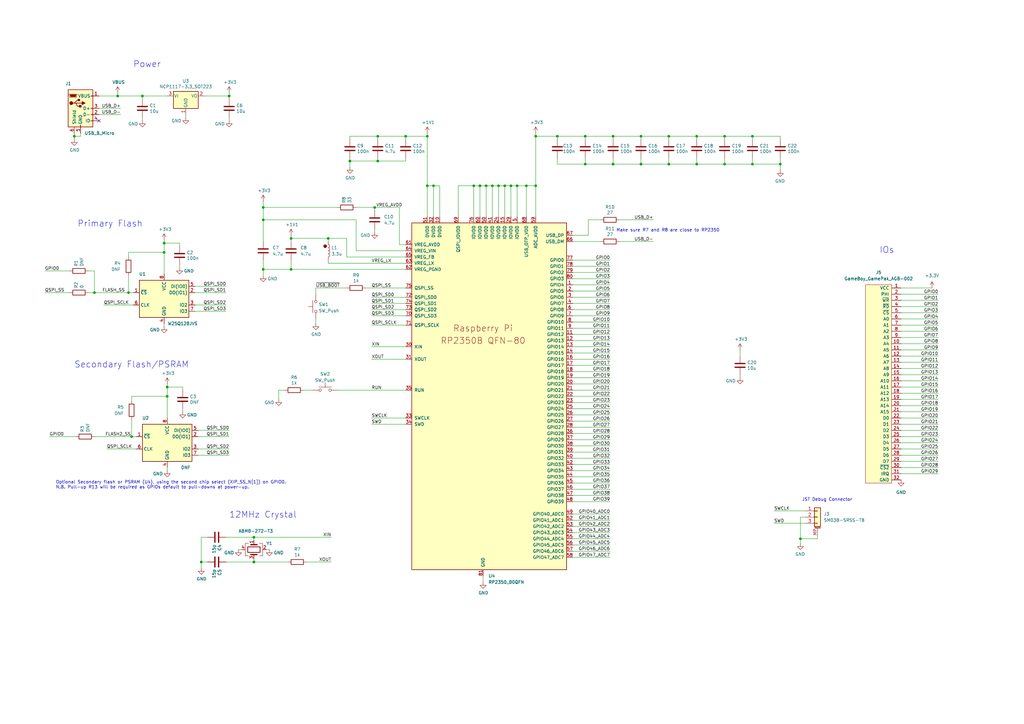
<source format=kicad_sch>
(kicad_sch (version 20230121) (generator eeschema)
  (paper "A3")
  (junction (at 274.32 55.88))
  (junction (at 143.51 66.04))
  (junction (at 175.26 55.88))
  (junction (at 251.46 55.88))
  (junction (at 67.31 103.505))
  (junction (at 68.58 162.56))
  (junction (at 134.62 97.79))
  (junction (at 201.93 76.2))
  (junction (at 196.85 76.2))
  (junction (at 154.94 55.88))
  (junction (at 308.61 55.88))
  (junction (at 58.42 39.37))
  (junction (at 320.04 67.31))
  (junction (at 104.14 220.345))
  (junction (at 67.31 99.695))
  (junction (at 308.61 67.31))
  (junction (at 262.89 55.88))
  (junction (at 119.38 97.79))
  (junction (at 154.94 66.04))
  (junction (at 194.31 76.2))
  (junction (at 204.47 76.2))
  (junction (at 107.95 90.17))
  (junction (at 38.735 120.015))
  (junction (at 199.39 76.2))
  (junction (at 228.6 55.88))
  (junction (at 219.71 55.88))
  (junction (at 297.18 55.88))
  (junction (at 240.03 67.31))
  (junction (at 285.75 55.88))
  (junction (at 107.95 110.49))
  (junction (at 274.32 67.31))
  (junction (at 251.46 67.31))
  (junction (at 48.26 39.37))
  (junction (at 328.295 220.98))
  (junction (at 212.09 76.2))
  (junction (at 107.95 85.09))
  (junction (at 297.18 67.31))
  (junction (at 93.98 39.37))
  (junction (at 68.58 158.75))
  (junction (at 177.8 76.2))
  (junction (at 240.03 55.88))
  (junction (at 175.26 76.2))
  (junction (at 53.975 179.07))
  (junction (at 153.67 85.09))
  (junction (at 262.89 67.31))
  (junction (at 219.71 76.2))
  (junction (at 285.75 67.31))
  (junction (at 104.14 230.505))
  (junction (at 52.705 120.015))
  (junction (at 209.55 76.2))
  (junction (at 166.37 55.88))
  (junction (at 30.48 55.88))
  (junction (at 215.9 76.2))
  (junction (at 82.55 230.505))
  (junction (at 207.01 76.2))
  (junction (at 119.38 110.49))
  (no_connect (at 40.64 49.53))
  (wire (pts (xy 320.04 67.31) (xy 320.04 69.85)))
  (wire (pts (xy 104.14 230.505) (xy 118.11 230.505)))
  (wire (pts (xy 234.95 180.34) (xy 250.19 180.34)))
  (wire (pts (xy 42.545 125.095) (xy 54.61 125.095)))
  (wire (pts (xy 320.04 67.31) (xy 308.61 67.31)))
  (wire (pts (xy 81.28 186.69) (xy 93.98 186.69)))
  (wire (pts (xy 124.46 160.02) (xy 128.27 160.02)))
  (wire (pts (xy 369.57 181.61) (xy 384.81 181.61)))
  (wire (pts (xy 198.12 236.22) (xy 198.12 238.76)))
  (wire (pts (xy 262.89 57.15) (xy 262.89 55.88)))
  (wire (pts (xy 74.93 160.02) (xy 74.93 158.75)))
  (wire (pts (xy 36.195 111.125) (xy 38.735 111.125)))
  (wire (pts (xy 274.32 57.15) (xy 274.32 55.88)))
  (wire (pts (xy 234.95 226.06) (xy 250.19 226.06)))
  (wire (pts (xy 204.47 76.2) (xy 207.01 76.2)))
  (wire (pts (xy 369.57 194.31) (xy 384.81 194.31)))
  (wire (pts (xy 204.47 88.9) (xy 204.47 76.2)))
  (wire (pts (xy 146.05 102.87) (xy 166.37 102.87)))
  (wire (pts (xy 53.975 172.085) (xy 53.975 179.07)))
  (wire (pts (xy 234.95 218.44) (xy 250.19 218.44)))
  (wire (pts (xy 134.62 97.79) (xy 134.62 99.06)))
  (wire (pts (xy 369.57 166.37) (xy 384.81 166.37)))
  (wire (pts (xy 52.705 103.505) (xy 67.31 103.505)))
  (wire (pts (xy 107.95 82.55) (xy 107.95 85.09)))
  (wire (pts (xy 219.71 55.88) (xy 219.71 76.2)))
  (wire (pts (xy 219.71 55.88) (xy 228.6 55.88)))
  (wire (pts (xy 234.95 210.82) (xy 250.19 210.82)))
  (wire (pts (xy 234.95 165.1) (xy 250.19 165.1)))
  (wire (pts (xy 92.71 230.505) (xy 104.14 230.505)))
  (wire (pts (xy 262.89 67.31) (xy 251.46 67.31)))
  (wire (pts (xy 369.57 130.81) (xy 384.81 130.81)))
  (wire (pts (xy 40.64 44.45) (xy 49.53 44.45)))
  (wire (pts (xy 36.195 120.015) (xy 38.735 120.015)))
  (wire (pts (xy 369.57 189.23) (xy 384.81 189.23)))
  (wire (pts (xy 153.67 85.09) (xy 153.67 86.36)))
  (wire (pts (xy 119.38 99.06) (xy 119.38 97.79)))
  (wire (pts (xy 80.01 117.475) (xy 92.71 117.475)))
  (wire (pts (xy 33.02 54.61) (xy 33.02 55.88)))
  (wire (pts (xy 119.38 97.79) (xy 134.62 97.79)))
  (wire (pts (xy 134.62 107.95) (xy 166.37 107.95)))
  (wire (pts (xy 82.55 220.345) (xy 82.55 230.505)))
  (wire (pts (xy 81.28 184.15) (xy 93.98 184.15)))
  (wire (pts (xy 251.46 64.77) (xy 251.46 67.31)))
  (wire (pts (xy 68.58 191.77) (xy 68.58 193.04)))
  (wire (pts (xy 234.95 144.78) (xy 250.19 144.78)))
  (wire (pts (xy 369.57 153.67) (xy 384.81 153.67)))
  (wire (pts (xy 234.95 134.62) (xy 250.19 134.62)))
  (wire (pts (xy 73.66 100.965) (xy 73.66 99.695)))
  (wire (pts (xy 67.31 98.425) (xy 67.31 99.695)))
  (wire (pts (xy 68.58 39.37) (xy 58.42 39.37)))
  (wire (pts (xy 212.09 76.2) (xy 212.09 88.9)))
  (wire (pts (xy 369.57 138.43) (xy 384.81 138.43)))
  (wire (pts (xy 274.32 55.88) (xy 285.75 55.88)))
  (wire (pts (xy 166.37 171.45) (xy 152.4 171.45)))
  (wire (pts (xy 369.57 171.45) (xy 384.81 171.45)))
  (wire (pts (xy 317.5 214.63) (xy 330.2 214.63)))
  (wire (pts (xy 68.58 157.48) (xy 68.58 158.75)))
  (wire (pts (xy 234.95 215.9) (xy 250.19 215.9)))
  (wire (pts (xy 234.95 121.92) (xy 250.19 121.92)))
  (wire (pts (xy 328.295 220.98) (xy 328.295 222.885)))
  (wire (pts (xy 369.57 133.35) (xy 384.81 133.35)))
  (wire (pts (xy 369.57 173.99) (xy 384.81 173.99)))
  (wire (pts (xy 369.57 184.15) (xy 384.81 184.15)))
  (wire (pts (xy 116.84 160.02) (xy 114.3 160.02)))
  (wire (pts (xy 369.57 123.19) (xy 384.81 123.19)))
  (wire (pts (xy 40.64 46.99) (xy 49.53 46.99)))
  (wire (pts (xy 234.95 185.42) (xy 250.19 185.42)))
  (wire (pts (xy 153.67 85.09) (xy 163.83 85.09)))
  (wire (pts (xy 317.5 209.55) (xy 330.2 209.55)))
  (wire (pts (xy 109.22 225.425) (xy 110.49 225.425)))
  (wire (pts (xy 308.61 57.15) (xy 308.61 55.88)))
  (wire (pts (xy 125.73 230.505) (xy 135.89 230.505)))
  (wire (pts (xy 175.26 76.2) (xy 175.26 88.9)))
  (wire (pts (xy 234.95 213.36) (xy 250.19 213.36)))
  (wire (pts (xy 234.95 114.3) (xy 250.19 114.3)))
  (wire (pts (xy 143.51 55.88) (xy 154.94 55.88)))
  (wire (pts (xy 234.95 149.86) (xy 250.19 149.86)))
  (wire (pts (xy 215.9 88.9) (xy 215.9 76.2)))
  (wire (pts (xy 297.18 67.31) (xy 285.75 67.31)))
  (wire (pts (xy 154.94 64.77) (xy 154.94 66.04)))
  (wire (pts (xy 207.01 76.2) (xy 207.01 88.9)))
  (wire (pts (xy 146.05 90.17) (xy 146.05 102.87)))
  (wire (pts (xy 234.95 198.12) (xy 250.19 198.12)))
  (wire (pts (xy 194.31 76.2) (xy 196.85 76.2)))
  (wire (pts (xy 48.26 38.1) (xy 48.26 39.37)))
  (wire (pts (xy 274.32 64.77) (xy 274.32 67.31)))
  (wire (pts (xy 152.4 127) (xy 166.37 127)))
  (wire (pts (xy 241.3 90.17) (xy 241.3 96.52)))
  (wire (pts (xy 369.57 163.83) (xy 384.81 163.83)))
  (wire (pts (xy 234.95 129.54) (xy 250.19 129.54)))
  (wire (pts (xy 104.14 229.235) (xy 104.14 230.505)))
  (wire (pts (xy 234.95 205.74) (xy 250.19 205.74)))
  (wire (pts (xy 308.61 67.31) (xy 297.18 67.31)))
  (wire (pts (xy 234.95 152.4) (xy 250.19 152.4)))
  (wire (pts (xy 153.67 95.25) (xy 153.67 93.98)))
  (wire (pts (xy 143.51 57.15) (xy 143.51 55.88)))
  (wire (pts (xy 104.14 220.345) (xy 135.89 220.345)))
  (wire (pts (xy 369.57 191.77) (xy 384.81 191.77)))
  (wire (pts (xy 262.89 55.88) (xy 274.32 55.88)))
  (wire (pts (xy 85.09 220.345) (xy 82.55 220.345)))
  (wire (pts (xy 303.53 153.67) (xy 303.53 154.94)))
  (wire (pts (xy 251.46 67.31) (xy 240.03 67.31)))
  (wire (pts (xy 107.95 110.49) (xy 107.95 113.03)))
  (wire (pts (xy 154.94 57.15) (xy 154.94 55.88)))
  (wire (pts (xy 129.54 118.11) (xy 129.54 120.65)))
  (wire (pts (xy 143.51 66.04) (xy 143.51 68.58)))
  (wire (pts (xy 83.82 39.37) (xy 93.98 39.37)))
  (wire (pts (xy 234.95 175.26) (xy 250.19 175.26)))
  (wire (pts (xy 369.57 168.91) (xy 384.81 168.91)))
  (wire (pts (xy 107.95 90.17) (xy 107.95 99.06)))
  (wire (pts (xy 142.24 118.11) (xy 129.54 118.11)))
  (wire (pts (xy 369.57 186.69) (xy 384.81 186.69)))
  (wire (pts (xy 107.95 110.49) (xy 119.38 110.49)))
  (wire (pts (xy 369.57 146.05) (xy 384.81 146.05)))
  (wire (pts (xy 219.71 54.61) (xy 219.71 55.88)))
  (wire (pts (xy 196.85 88.9) (xy 196.85 76.2)))
  (wire (pts (xy 251.46 55.88) (xy 262.89 55.88)))
  (wire (pts (xy 80.01 127.635) (xy 92.71 127.635)))
  (wire (pts (xy 234.95 220.98) (xy 250.19 220.98)))
  (wire (pts (xy 85.09 230.505) (xy 82.55 230.505)))
  (wire (pts (xy 177.8 88.9) (xy 177.8 76.2)))
  (wire (pts (xy 254 90.17) (xy 267.97 90.17)))
  (wire (pts (xy 228.6 55.88) (xy 240.03 55.88)))
  (wire (pts (xy 146.05 85.09) (xy 153.67 85.09)))
  (wire (pts (xy 328.295 220.98) (xy 335.28 220.98)))
  (wire (pts (xy 142.24 97.79) (xy 134.62 97.79)))
  (wire (pts (xy 234.95 193.04) (xy 250.19 193.04)))
  (wire (pts (xy 234.95 127) (xy 250.19 127)))
  (wire (pts (xy 209.55 76.2) (xy 212.09 76.2)))
  (wire (pts (xy 285.75 55.88) (xy 297.18 55.88)))
  (wire (pts (xy 107.95 85.09) (xy 138.43 85.09)))
  (wire (pts (xy 152.4 121.92) (xy 166.37 121.92)))
  (wire (pts (xy 40.64 39.37) (xy 48.26 39.37)))
  (wire (pts (xy 234.95 106.68) (xy 250.19 106.68)))
  (wire (pts (xy 194.31 88.9) (xy 194.31 76.2)))
  (wire (pts (xy 234.95 162.56) (xy 250.19 162.56)))
  (wire (pts (xy 97.79 225.425) (xy 99.06 225.425)))
  (wire (pts (xy 48.26 39.37) (xy 58.42 39.37)))
  (wire (pts (xy 53.975 179.07) (xy 55.88 179.07)))
  (wire (pts (xy 152.4 129.54) (xy 166.37 129.54)))
  (wire (pts (xy 53.975 162.56) (xy 68.58 162.56)))
  (wire (pts (xy 74.93 167.64) (xy 74.93 168.91)))
  (wire (pts (xy 68.58 162.56) (xy 68.58 171.45)))
  (wire (pts (xy 254 99.06) (xy 267.97 99.06)))
  (wire (pts (xy 369.57 140.97) (xy 384.81 140.97)))
  (wire (pts (xy 166.37 57.15) (xy 166.37 55.88)))
  (wire (pts (xy 38.735 120.015) (xy 52.705 120.015)))
  (wire (pts (xy 369.57 156.21) (xy 384.81 156.21)))
  (wire (pts (xy 369.57 128.27) (xy 384.81 128.27)))
  (wire (pts (xy 369.57 158.75) (xy 384.81 158.75)))
  (wire (pts (xy 134.62 107.95) (xy 134.62 106.68)))
  (wire (pts (xy 212.09 76.2) (xy 215.9 76.2)))
  (wire (pts (xy 234.95 195.58) (xy 250.19 195.58)))
  (wire (pts (xy 38.735 111.125) (xy 38.735 120.015)))
  (wire (pts (xy 308.61 55.88) (xy 320.04 55.88)))
  (wire (pts (xy 143.51 66.04) (xy 154.94 66.04)))
  (wire (pts (xy 201.93 88.9) (xy 201.93 76.2)))
  (wire (pts (xy 369.57 179.07) (xy 384.81 179.07)))
  (wire (pts (xy 80.01 125.095) (xy 92.71 125.095)))
  (wire (pts (xy 240.03 57.15) (xy 240.03 55.88)))
  (wire (pts (xy 163.83 85.09) (xy 163.83 100.33)))
  (wire (pts (xy 369.57 161.29) (xy 384.81 161.29)))
  (wire (pts (xy 20.32 179.07) (xy 31.115 179.07)))
  (wire (pts (xy 76.2 46.99) (xy 76.2 48.26)))
  (wire (pts (xy 68.58 158.75) (xy 68.58 162.56)))
  (wire (pts (xy 234.95 160.02) (xy 250.19 160.02)))
  (wire (pts (xy 81.28 176.53) (xy 93.98 176.53)))
  (wire (pts (xy 67.31 132.715) (xy 67.31 133.985)))
  (wire (pts (xy 199.39 76.2) (xy 201.93 76.2)))
  (wire (pts (xy 234.95 200.66) (xy 250.19 200.66)))
  (wire (pts (xy 262.89 64.77) (xy 262.89 67.31)))
  (wire (pts (xy 80.01 120.015) (xy 92.71 120.015)))
  (wire (pts (xy 73.66 108.585) (xy 73.66 109.855)))
  (wire (pts (xy 119.38 96.52) (xy 119.38 97.79)))
  (wire (pts (xy 207.01 76.2) (xy 209.55 76.2)))
  (wire (pts (xy 52.705 120.015) (xy 54.61 120.015)))
  (wire (pts (xy 241.3 90.17) (xy 246.38 90.17)))
  (wire (pts (xy 330.2 212.09) (xy 328.295 212.09)))
  (wire (pts (xy 107.95 90.17) (xy 146.05 90.17)))
  (wire (pts (xy 166.37 133.35) (xy 152.4 133.35)))
  (wire (pts (xy 215.9 76.2) (xy 219.71 76.2)))
  (wire (pts (xy 166.37 55.88) (xy 175.26 55.88)))
  (wire (pts (xy 196.85 76.2) (xy 199.39 76.2)))
  (wire (pts (xy 152.4 142.24) (xy 166.37 142.24)))
  (wire (pts (xy 201.93 76.2) (xy 204.47 76.2)))
  (wire (pts (xy 154.94 66.04) (xy 166.37 66.04)))
  (wire (pts (xy 285.75 57.15) (xy 285.75 55.88)))
  (wire (pts (xy 369.57 125.73) (xy 384.81 125.73)))
  (wire (pts (xy 18.415 111.125) (xy 28.575 111.125)))
  (wire (pts (xy 58.42 40.64) (xy 58.42 39.37)))
  (wire (pts (xy 152.4 124.46) (xy 166.37 124.46)))
  (wire (pts (xy 234.95 96.52) (xy 241.3 96.52)))
  (wire (pts (xy 285.75 64.77) (xy 285.75 67.31)))
  (wire (pts (xy 234.95 154.94) (xy 250.19 154.94)))
  (wire (pts (xy 369.57 151.13) (xy 384.81 151.13)))
  (wire (pts (xy 104.14 221.615) (xy 104.14 220.345)))
  (wire (pts (xy 119.38 110.49) (xy 166.37 110.49)))
  (wire (pts (xy 234.95 139.7) (xy 250.19 139.7)))
  (wire (pts (xy 143.51 64.77) (xy 143.51 66.04)))
  (wire (pts (xy 30.48 55.88) (xy 30.48 57.15)))
  (wire (pts (xy 74.93 158.75) (xy 68.58 158.75)))
  (wire (pts (xy 175.26 54.61) (xy 175.26 55.88)))
  (wire (pts (xy 234.95 167.64) (xy 250.19 167.64)))
  (wire (pts (xy 234.95 187.96) (xy 250.19 187.96)))
  (wire (pts (xy 92.71 220.345) (xy 104.14 220.345)))
  (wire (pts (xy 240.03 55.88) (xy 251.46 55.88)))
  (wire (pts (xy 58.42 48.26) (xy 58.42 49.53)))
  (wire (pts (xy 369.57 176.53) (xy 384.81 176.53)))
  (wire (pts (xy 234.95 109.22) (xy 250.19 109.22)))
  (wire (pts (xy 234.95 203.2) (xy 250.19 203.2)))
  (wire (pts (xy 30.48 54.61) (xy 30.48 55.88)))
  (wire (pts (xy 166.37 173.99) (xy 152.4 173.99)))
  (wire (pts (xy 129.54 130.81) (xy 129.54 132.715)))
  (wire (pts (xy 53.975 164.465) (xy 53.975 162.56)))
  (wire (pts (xy 234.95 137.16) (xy 250.19 137.16)))
  (wire (pts (xy 107.95 106.68) (xy 107.95 110.49)))
  (wire (pts (xy 303.53 143.51) (xy 303.53 146.05)))
  (wire (pts (xy 180.34 76.2) (xy 180.34 88.9)))
  (wire (pts (xy 73.66 99.695) (xy 67.31 99.695)))
  (wire (pts (xy 251.46 57.15) (xy 251.46 55.88)))
  (wire (pts (xy 369.57 135.89) (xy 384.81 135.89)))
  (wire (pts (xy 82.55 230.505) (xy 82.55 233.045)))
  (wire (pts (xy 219.71 76.2) (xy 219.71 88.9)))
  (wire (pts (xy 369.57 148.59) (xy 384.81 148.59)))
  (wire (pts (xy 234.95 99.06) (xy 246.38 99.06)))
  (wire (pts (xy 234.95 116.84) (xy 250.19 116.84)))
  (wire (pts (xy 234.95 147.32) (xy 250.19 147.32)))
  (wire (pts (xy 297.18 57.15) (xy 297.18 55.88)))
  (wire (pts (xy 149.86 118.11) (xy 166.37 118.11)))
  (wire (pts (xy 119.38 106.68) (xy 119.38 110.49)))
  (wire (pts (xy 234.95 170.18) (xy 250.19 170.18)))
  (wire (pts (xy 52.705 105.41) (xy 52.705 103.505)))
  (wire (pts (xy 285.75 67.31) (xy 274.32 67.31)))
  (wire (pts (xy 297.18 55.88) (xy 308.61 55.88)))
  (wire (pts (xy 369.57 120.65) (xy 384.81 120.65)))
  (wire (pts (xy 114.3 160.02) (xy 114.3 163.83)))
  (wire (pts (xy 209.55 88.9) (xy 209.55 76.2)))
  (wire (pts (xy 234.95 111.76) (xy 250.19 111.76)))
  (wire (pts (xy 43.815 184.15) (xy 55.88 184.15)))
  (wire (pts (xy 163.83 100.33) (xy 166.37 100.33)))
  (wire (pts (xy 234.95 228.6) (xy 250.19 228.6)))
  (wire (pts (xy 166.37 66.04) (xy 166.37 64.77)))
  (wire (pts (xy 154.94 55.88) (xy 166.37 55.88)))
  (wire (pts (xy 93.98 40.64) (xy 93.98 39.37)))
  (wire (pts (xy 177.8 76.2) (xy 175.26 76.2)))
  (wire (pts (xy 274.32 67.31) (xy 262.89 67.31)))
  (wire (pts (xy 320.04 64.77) (xy 320.04 67.31)))
  (wire (pts (xy 308.61 64.77) (xy 308.61 67.31)))
  (wire (pts (xy 52.705 113.03) (xy 52.705 120.015)))
  (wire (pts (xy 234.95 157.48) (xy 250.19 157.48)))
  (wire (pts (xy 175.26 55.88) (xy 175.26 76.2)))
  (wire (pts (xy 93.98 48.26) (xy 93.98 49.53)))
  (wire (pts (xy 18.415 120.015) (xy 28.575 120.015)))
  (wire (pts (xy 38.735 179.07) (xy 53.975 179.07)))
  (wire (pts (xy 234.95 119.38) (xy 250.19 119.38)))
  (wire (pts (xy 199.39 88.9) (xy 199.39 76.2)))
  (wire (pts (xy 67.31 99.695) (xy 67.31 103.505)))
  (wire (pts (xy 166.37 147.32) (xy 152.4 147.32)))
  (wire (pts (xy 234.95 190.5) (xy 250.19 190.5)))
  (wire (pts (xy 81.28 179.07) (xy 93.98 179.07)))
  (wire (pts (xy 234.95 223.52) (xy 250.19 223.52)))
  (wire (pts (xy 234.95 132.08) (xy 250.19 132.08)))
  (wire (pts (xy 335.28 219.71) (xy 335.28 220.98)))
  (wire (pts (xy 369.57 143.51) (xy 384.81 143.51)))
  (wire (pts (xy 234.95 172.72) (xy 250.19 172.72)))
  (wire (pts (xy 33.02 55.88) (xy 30.48 55.88)))
  (wire (pts (xy 328.295 212.09) (xy 328.295 220.98)))
  (wire (pts (xy 93.98 39.37) (xy 93.98 38.1)))
  (wire (pts (xy 228.6 64.77) (xy 228.6 67.31)))
  (wire (pts (xy 320.04 57.15) (xy 320.04 55.88)))
  (wire (pts (xy 234.95 142.24) (xy 250.19 142.24)))
  (wire (pts (xy 382.27 118.11) (xy 369.57 118.11)))
  (wire (pts (xy 297.18 64.77) (xy 297.18 67.31)))
  (wire (pts (xy 142.24 105.41) (xy 142.24 97.79)))
  (wire (pts (xy 138.43 160.02) (xy 166.37 160.02)))
  (wire (pts (xy 187.96 88.9) (xy 187.96 76.2)))
  (wire (pts (xy 67.31 103.505) (xy 67.31 112.395)))
  (wire (pts (xy 187.96 76.2) (xy 194.31 76.2)))
  (wire (pts (xy 234.95 182.88) (xy 250.19 182.88)))
  (wire (pts (xy 240.03 64.77) (xy 240.03 67.31)))
  (wire (pts (xy 177.8 76.2) (xy 180.34 76.2)))
  (wire (pts (xy 240.03 67.31) (xy 228.6 67.31)))
  (wire (pts (xy 228.6 57.15) (xy 228.6 55.88)))
  (wire (pts (xy 166.37 105.41) (xy 142.24 105.41)))
  (wire (pts (xy 234.95 124.46) (xy 250.19 124.46)))
  (wire (pts (xy 234.95 177.8) (xy 250.19 177.8)))
  (wire (pts (xy 107.95 85.09) (xy 107.95 90.17)))
  (circle (center 133.35 100.965) (radius 0.635) (stroke (width 0) (color 132 0 0 1)) (fill (type color) (color 132 0 0 1)))
  (text "12MHz Crystal" (at 93.98 212.725 0) (effects (font (size 2.54 2.54)) (justify left bottom)))
  (text "Secondary Flash/PSRAM" (at 30.48 151.13 0) (effects (font (size 2.54 2.54)) (justify left bottom)))
  (text "Make sure R7 and R8 are close to RP2350\n" (at 252.73 95.25 0) (effects (font (size 1.27 1.27)) (justify left bottom)))
  (text "IOs" (at 360.68 104.14 0) (effects (font (size 2.54 2.54)) (justify left bottom)))
  (text "Power" (at 54.61 27.94 0) (effects (font (size 2.54 2.54)) (justify left bottom)))
  (text "JST Debug Connector" (at 328.93 205.74 0) (effects (font (size 1.27 1.27)) (justify left bottom)))
  (text "Primary Flash" (at 31.75 93.345 0) (effects (font (size 2.54 2.54)) (justify left bottom)))
  (text "Optional Secondary flash or PSRAM (U4), using the second chip select (XIP_SS_N[1]) on GPIO0.\nN.B. Pull-up R13 will be required as GPIOs default to pull-downs at power-up." (at 22.86 200.66 0) (effects (font (size 1.27 1.27)) (justify left bottom)))
  (label "~{USB_BOOT}" (at 129.54 118.11 0))
  (label "GPIO16" (at 250.19 147.32 180))
  (label "GPIO13" (at 384.81 153.67 180))
  (label "QSPI_SD2" (at 152.4 127 0))
  (label "GPIO24" (at 250.19 167.64 180))
  (label "QSPI_SS" (at 18.415 120.015 0))
  (label "GPIO9" (at 250.19 129.54 180))
  (label "XOUT" (at 135.89 230.505 180))
  (label "QSPI_SD1" (at 92.71 120.015 180))
  (label "GPIO31" (at 250.19 185.42 180))
  (label "QSPI_SD2" (at 92.71 125.095 180))
  (label "GPIO15" (at 384.81 158.75 180))
  (label "GPIO28" (at 250.19 177.8 180))
  (label "GPIO0" (at 18.415 111.125 0))
  (label "QSPI_SCLK" (at 152.4 133.35 0))
  (label "GPIO44_ADC4" (at 250.19 220.98 180))
  (label "GPIO11" (at 384.81 148.59 180))
  (label "GPIO21" (at 250.19 160.02 180))
  (label "GPIO22" (at 250.19 162.56 180))
  (label "GPIO6" (at 384.81 135.89 180))
  (label "GPIO42_ADC2" (at 250.19 215.9 180))
  (label "GPIO8" (at 250.19 127 180))
  (label "GPIO40_ADC0" (at 250.19 210.82 180))
  (label "QSPI_SD3" (at 93.98 186.69 180))
  (label "QSPI_SD2" (at 93.98 184.15 180))
  (label "QSPI_SD1" (at 93.98 179.07 180))
  (label "GPIO6" (at 250.19 121.92 180))
  (label "GPIO37" (at 250.19 200.66 180))
  (label "GPIO46_ADC6" (at 250.19 226.06 180))
  (label "GPIO12" (at 384.81 151.13 180))
  (label "GPIO19" (at 250.19 154.94 180))
  (label "GPIO25" (at 250.19 170.18 180))
  (label "GPIO28" (at 384.81 191.77 180))
  (label "GPIO4" (at 384.81 130.81 180))
  (label "GPIO29" (at 384.81 194.31 180))
  (label "GPIO0" (at 250.19 106.68 180))
  (label "XIN" (at 152.4 142.24 0))
  (label "GPIO41_ADC1" (at 250.19 213.36 180))
  (label "GPIO4" (at 250.19 116.84 180))
  (label "GPIO3" (at 384.81 128.27 180))
  (label "GPIO18" (at 384.81 166.37 180))
  (label "SWCLK" (at 317.5 209.55 0))
  (label "QSPI_SD3" (at 92.71 127.635 180))
  (label "GPIO2" (at 384.81 125.73 180))
  (label "GPIO34" (at 250.19 193.04 180))
  (label "QSPI_SD0" (at 152.4 121.92 0))
  (label "GPIO9" (at 384.81 143.51 180))
  (label "GPIO13" (at 250.19 139.7 180))
  (label "GPIO5" (at 384.81 133.35 180))
  (label "GPIO18" (at 250.19 152.4 180))
  (label "QSPI_SD0" (at 92.71 117.475 180))
  (label "GPIO23" (at 250.19 165.1 180))
  (label "SWD" (at 152.4 173.99 0))
  (label "GPIO5" (at 250.19 119.38 180))
  (label "GPIO45_ADC5" (at 250.19 223.52 180))
  (label "GPIO33" (at 250.19 190.5 180))
  (label "GPIO32" (at 250.19 187.96 180))
  (label "GPIO1" (at 250.19 109.22 180))
  (label "GPIO24" (at 384.81 181.61 180))
  (label "GPIO15" (at 250.19 144.78 180))
  (label "VREG_AVDD" (at 154.305 85.09 0))
  (label "GPIO0" (at 384.81 120.65 180))
  (label "GPIO26" (at 384.81 186.69 180))
  (label "GPIO21" (at 384.81 173.99 180))
  (label "FLASH2_SS" (at 43.18 179.07 0))
  (label "QSPI_SCLK" (at 43.815 184.15 0))
  (label "GPIO30" (at 250.19 182.88 180))
  (label "GPIO14" (at 384.81 156.21 180))
  (label "QSPI_SCLK" (at 42.545 125.095 0))
  (label "RUN" (at 152.4 160.02 0))
  (label "GPIO11" (at 250.19 134.62 180))
  (label "GPIO35" (at 250.19 195.58 180))
  (label "QSPI_SD3" (at 152.4 129.54 0))
  (label "USB_D-" (at 49.53 46.99 180))
  (label "QSPI_SD1" (at 152.4 124.46 0))
  (label "GPIO2" (at 250.19 111.76 180))
  (label "VREG_LX" (at 152.4 107.95 0))
  (label "GPIO8" (at 384.81 140.97 180))
  (label "GPIO3" (at 250.19 114.3 180))
  (label "GPIO12" (at 250.19 137.16 180))
  (label "USB_D-" (at 267.97 99.06 180))
  (label "GPIO26" (at 250.19 172.72 180))
  (label "GPIO17" (at 384.81 163.83 180))
  (label "USB_D+" (at 267.97 90.17 180))
  (label "GPIO7" (at 384.81 138.43 180))
  (label "GPIO7" (at 250.19 124.46 180))
  (label "GPIO10" (at 384.81 146.05 180))
  (label "GPIO16" (at 384.81 161.29 180))
  (label "GPIO1" (at 384.81 123.19 180))
  (label "GPIO19" (at 384.81 168.91 180))
  (label "XIN" (at 135.89 220.345 180))
  (label "GPIO17" (at 250.19 149.86 180))
  (label "GPIO10" (at 250.19 132.08 180))
  (label "GPIO25" (at 384.81 184.15 180))
  (label "GPIO43_ADC3" (at 250.19 218.44 180))
  (label "GPIO27" (at 250.19 175.26 180))
  (label "GPIO47_ADC7" (at 250.19 228.6 180))
  (label "GPIO20" (at 250.19 157.48 180))
  (label "GPIO38" (at 250.19 203.2 180))
  (label "GPIO36" (at 250.19 198.12 180))
  (label "QSPI_SS" (at 152.4 118.11 0))
  (label "USB_D+" (at 49.53 44.45 180))
  (label "GPIO0" (at 20.32 179.07 0))
  (label "XOUT" (at 152.4 147.32 0))
  (label "GPIO20" (at 384.81 171.45 180))
  (label "SWD" (at 317.5 214.63 0))
  (label "FLASH_SS" (at 41.91 120.015 0))
  (label "SWCLK" (at 152.4 171.45 0))
  (label "GPIO39" (at 250.19 205.74 180))
  (label "GPIO23" (at 384.81 179.07 180))
  (label "GPIO14" (at 250.19 142.24 180))
  (label "GPIO27" (at 384.81 189.23 180))
  (label "QSPI_SD0" (at 93.98 176.53 180))
  (label "GPIO29" (at 250.19 180.34 180))
  (label "GPIO22" (at 384.81 176.53 180))
  (symbol (lib_id "Device:R") (at 120.65 160.02 270) (unit 1)
    (property "Reference" "R6" (at 120.65 154.7622 90))
    (property "Value" "1k" (at 120.65 157.0736 90))
    (property "Footprint" "Resistor_SMD:R_0402_1005Metric" (effects hide))
  )
  (symbol (lib_id "Device:C") (at 88.9 230.505 270) (unit 1)
    (property "Reference" "C5" (at 90.0684 233.426 0) (effects (justify left)))
    (property "Value" "15p" (at 87.757 233.426 0) (effects (justify left)))
    (property "Footprint" "Capacitor_SMD:C_0402_1005Metric" (effects hide))
  )
  (symbol (lib_id "Device:R") (at 142.24 85.09 90) (unit 1)
    (property "Reference" "R8" (at 141.0716 83.312 0) (effects (justify left)))
    (property "Value" "33" (at 143.383 83.312 0) (effects (justify left)))
    (property "Footprint" "Resistor_SMD:R_0402_1005Metric" (effects hide))
  )
  (symbol (lib_id "Connector_GameBoy:GameBoy_GamePak_AGB-002") (at 365.76 157.48 0) (unit 1)
    (property "Reference" "J5" (at 360.3625 111.76 0))
    (property "Value" "GameBoy_GamePak_AGB-002" (at 360.3625 114.3 0))
    (property "Footprint" "Connector_GameBoy:GameBoy_GamePak_AGB-002_P1.50mm_Edge" (effects hide))
  )
  (symbol (lib_id "power:GND") (at 76.2 48.26 0) (unit 1)
    (property "Reference" "#PWR010" (effects hide))
    (property "Value" "GND" (at 72.39 49.53 0))
  )
  (symbol (lib_id "Device:R") (at 121.92 230.505 270) (unit 1)
    (property "Reference" "R7" (at 121.92 225.2472 90))
    (property "Value" "1k" (at 121.92 227.5586 90))
    (property "Footprint" "Resistor_SMD:R_0402_1005Metric" (effects hide))
  )
  (symbol (lib_id "Device:C") (at 320.04 60.96 0) (unit 1)
    (property "Reference" "C22" (at 322.961 59.7916 0) (effects (justify left)))
    (property "Value" "100n" (at 322.961 62.103 0) (effects (justify left)))
    (property "Footprint" "Capacitor_SMD:C_0402_1005Metric" (effects hide))
  )
  (symbol (lib_id "Device:C") (at 107.95 102.87 0) (unit 1)
    (property "Reference" "C7" (at 111.76 101.6 0) (effects (justify left)))
    (property "Value" "4.7u" (at 111.76 104.14 0) (effects (justify left)))
    (property "Footprint" "RP2350_80QFN_minimal:C_0402_1005Metric_small_pads" (effects hide))
  )
  (symbol (lib_id "power:GND") (at 328.295 222.885 0) (mirror y) (unit 1)
    (property "Reference" "#PWR030" (effects hide))
    (property "Value" "GND" (at 328.168 227.2792 0))
  )
  (symbol (lib_id "Regulator_Linear:NCP1117-3.3_SOT223") (at 76.2 39.37 0) (unit 1)
    (property "Reference" "U3" (at 76.2 33.2232 0))
    (property "Value" "NCP1117-3.3_SOT223" (at 76.2 35.5346 0))
    (property "Footprint" "Package_TO_SOT_SMD:SOT-223-3_TabPin2" (effects hide))
    (property "Datasheet" "http://www.onsemi.com/pub_link/Collateral/NCP1117-D.PDF" (effects hide))
  )
  (symbol (lib_id "power:VBUS") (at 48.26 38.1 0) (unit 1)
    (property "Reference" "#PWR02" (effects hide))
    (property "Value" "VBUS" (at 48.641 33.7058 0))
  )
  (symbol (lib_id "Device:C") (at 303.53 149.86 0) (unit 1)
    (property "Reference" "C20" (at 306.451 148.6916 0) (effects (justify left)))
    (property "Value" "10u" (at 306.451 151.003 0) (effects (justify left)))
    (property "Footprint" "Capacitor_SMD:C_0805_2012Metric" (effects hide))
  )
  (symbol (lib_id "power:+3V3") (at 219.71 54.61 0) (unit 1)
    (property "Reference" "#PWR025" (effects hide))
    (property "Value" "+3V3" (at 220.091 50.2158 0))
  )
  (symbol (lib_id "Device:C") (at 153.67 90.17 0) (unit 1)
    (property "Reference" "C10" (at 157.48 88.9 0) (effects (justify left)))
    (property "Value" "4.7u" (at 157.48 91.44 0) (effects (justify left)))
    (property "Footprint" "Capacitor_SMD:C_0402_1005Metric" (effects hide))
  )
  (symbol (lib_id "Device:C") (at 166.37 60.96 0) (unit 1)
    (property "Reference" "C12" (at 169.291 59.7916 0) (effects (justify left)))
    (property "Value" "100n" (at 169.291 62.103 0) (effects (justify left)))
    (property "Footprint" "Capacitor_SMD:C_0402_1005Metric" (effects hide))
  )
  (symbol (lib_id "Device:R") (at 146.05 118.11 270) (unit 1)
    (property "Reference" "R9" (at 146.05 112.8522 90))
    (property "Value" "1k" (at 146.05 115.1636 90))
    (property "Footprint" "Resistor_SMD:R_0402_1005Metric" (effects hide))
  )
  (symbol (lib_id "power:GND") (at 30.48 57.15 0) (unit 1)
    (property "Reference" "#PWR01" (effects hide))
    (property "Value" "GND" (at 30.607 61.5442 0))
  )
  (symbol (lib_id "Device:C") (at 119.38 102.87 0) (unit 1)
    (property "Reference" "C8" (at 123.19 101.6 0) (effects (justify left)))
    (property "Value" "4.7u" (at 123.19 104.14 0) (effects (justify left)))
    (property "Footprint" "RP2350_80QFN_minimal:C_0402_1005Metric_small_pads" (effects hide))
  )
  (symbol (lib_id "Device:C") (at 88.9 220.345 270) (unit 1)
    (property "Reference" "C4" (at 90.0684 223.266 0) (effects (justify left)))
    (property "Value" "15p" (at 87.757 223.266 0) (effects (justify left)))
    (property "Footprint" "Capacitor_SMD:C_0402_1005Metric" (effects hide))
  )
  (symbol (lib_id "power:+3.3V") (at 382.27 118.11 0) (unit 1)
    (property "Reference" "#PWR031" (effects hide))
    (property "Value" "+3.3V" (at 382.27 113.03 0))
  )
  (symbol (lib_id "Switch:SW_Push") (at 129.54 125.73 90) (unit 1)
    (property "Reference" "SW1" (at 130.683 124.8953 90) (effects (justify right)))
    (property "Value" "SW_Push" (at 130.683 127.4322 90) (effects (justify right)))
    (property "Footprint" "Button_Switch_SMD:SW_Push_1P1T_NO_Vertical_Wuerth_434133025816" (effects hide))
  )
  (symbol (lib_id "power:GND") (at 110.49 225.425 0) (unit 1)
    (property "Reference" "#PWR017" (effects hide))
    (property "Value" "GND" (at 114.3 226.695 0))
  )
  (symbol (lib_id "power:GND") (at 369.57 196.85 0) (unit 1)
    (property "Reference" "#PWR029" (effects hide))
    (property "Value" "GND" (at 369.57 201.93 0))
  )
  (symbol (lib_id "Memory_Flash:W25Q128JVS") (at 68.58 181.61 0) (unit 1)
    (property "Reference" "U2" (at 59.69 171.45 0))
    (property "Value" "DNF" (at 76.2 191.77 0))
    (property "Footprint" "Package_SO:SOIC-8_5.23x5.23mm_P1.27mm" (effects hide))
    (property "Datasheet" "http://www.winbond.com/resource-files/w25q128jv_dtr%20revc%2003272018%20plus.pdf" (effects hide))
  )
  (symbol (lib_id "Device:C") (at 240.03 60.96 0) (unit 1)
    (property "Reference" "C14" (at 242.951 59.7916 0) (effects (justify left)))
    (property "Value" "100n" (at 242.951 62.103 0) (effects (justify left)))
    (property "Footprint" "Capacitor_SMD:C_0402_1005Metric" (effects hide))
  )
  (symbol (lib_id "power:GND") (at 74.93 168.91 0) (unit 1)
    (property "Reference" "#PWR09" (effects hide))
    (property "Value" "GND" (at 78.74 170.18 0))
  )
  (symbol (lib_id "power:GND") (at 198.12 238.76 0) (unit 1)
    (property "Reference" "#PWR024" (effects hide))
    (property "Value" "GND" (at 198.247 243.1542 0))
  )
  (symbol (lib_id "power:GND") (at 129.54 132.715 0) (unit 1)
    (property "Reference" "#PWR020" (effects hide))
    (property "Value" "GND" (at 129.667 137.1092 0))
  )
  (symbol (lib_id "power:GND") (at 97.79 225.425 0) (unit 1)
    (property "Reference" "#PWR014" (effects hide))
    (property "Value" "GND" (at 93.98 226.695 0))
  )
  (symbol (lib_id "Connector:USB_B_Micro") (at 33.02 44.45 0) (unit 1)
    (property "Reference" "J1" (at 29.21 34.29 0) (effects (justify right)))
    (property "Value" "USB_B_Micro" (at 46.99 54.61 0) (effects (justify right)))
    (property "Footprint" "Connector_USB:USB_Micro-B_Amphenol_10103594-0001LF_Horizontal" (effects hide))
  )
  (symbol (lib_id "MCU_RaspberryPi_RP2350:RP2350_80QFN") (at 198.12 139.7 0) (unit 1)
    (property "Reference" "U4" (at 200.3141 236.22 0) (effects (justify left)))
    (property "Value" "RP2350_80QFN" (at 200.3141 238.76 0) (effects (justify left)))
    (property "Footprint" "RP2350_80QFN_minimal:RP2350-QFN-80-1EP_10x10_P0.4mm_EP3.4x3.4mm_ThermalVias" (effects hide))
  )
  (symbol (lib_id "power:+3V3") (at 68.58 157.48 0) (unit 1)
    (property "Reference" "#PWR06" (effects hide))
    (property "Value" "+3V3" (at 68.961 153.0858 0))
  )
  (symbol (lib_id "Device:C") (at 297.18 60.96 0) (unit 1)
    (property "Reference" "C19" (at 300.101 59.7916 0) (effects (justify left)))
    (property "Value" "100n" (at 300.101 62.103 0) (effects (justify left)))
    (property "Footprint" "Capacitor_SMD:C_0402_1005Metric" (effects hide))
  )
  (symbol (lib_id "power:+1V1") (at 119.38 96.52 0) (unit 1)
    (property "Reference" "#PWR019" (effects hide))
    (property "Value" "+1V1" (at 119.761 92.1258 0))
  )
  (symbol (lib_id "Device:Crystal_GND24") (at 104.14 225.425 270) (unit 1)
    (property "Reference" "Y1" (at 109.22 222.885 90) (effects (justify left)))
    (property "Value" "ABM8-272-T3" (at 97.79 217.805 90) (effects (justify left)))
    (property "Footprint" "Crystal:Crystal_SMD_3225-4Pin_3.2x2.5mm" (effects hide))
  )
  (symbol (lib_id "power:+3V3") (at 67.31 98.425 0) (unit 1)
    (property "Reference" "#PWR04" (effects hide))
    (property "Value" "+3V3" (at 67.691 94.0308 0))
  )
  (symbol (lib_id "power:GND") (at 303.53 154.94 0) (unit 1)
    (property "Reference" "#PWR027" (effects hide))
    (property "Value" "GND" (at 299.72 156.21 0))
  )
  (symbol (lib_id "power:GND") (at 107.95 113.03 0) (mirror y) (unit 1)
    (property "Reference" "#PWR016" (effects hide))
    (property "Value" "GND" (at 111.76 114.3 0))
  )
  (symbol (lib_id "power:GND") (at 320.04 69.85 0) (mirror y) (unit 1)
    (property "Reference" "#PWR028" (effects hide))
    (property "Value" "GND" (at 319.913 74.2442 0))
  )
  (symbol (lib_id "Device:R") (at 52.705 109.22 0) (mirror y) (unit 1)
    (property "Reference" "R4" (at 49.53 107.95 0) (effects (justify left)))
    (property "Value" "DNF" (at 49.53 110.49 0) (effects (justify left)))
    (property "Footprint" "Resistor_SMD:R_0402_1005Metric" (effects hide))
  )
  (symbol (lib_id "power:+3V3") (at 93.98 38.1 0) (unit 1)
    (property "Reference" "#PWR012" (effects hide))
    (property "Value" "+3V3" (at 94.361 33.7058 0))
  )
  (symbol (lib_id "Device:C") (at 285.75 60.96 0) (unit 1)
    (property "Reference" "C18" (at 288.671 59.7916 0) (effects (justify left)))
    (property "Value" "100n" (at 288.671 62.103 0) (effects (justify left)))
    (property "Footprint" "Capacitor_SMD:C_0402_1005Metric" (effects hide))
  )
  (symbol (lib_id "Device:R") (at 34.925 179.07 90) (unit 1)
    (property "Reference" "R3" (at 33.7566 177.292 0) (effects (justify left)))
    (property "Value" "DNF" (at 36.068 177.292 0) (effects (justify left)))
    (property "Footprint" "Resistor_SMD:R_0402_1005Metric" (effects hide))
  )
  (symbol (lib_id "power:+1V1") (at 175.26 54.61 0) (unit 1)
    (property "Reference" "#PWR023" (effects hide))
    (property "Value" "+1V1" (at 175.641 50.2158 0))
  )
  (symbol (lib_id "power:GND") (at 68.58 193.04 0) (unit 1)
    (property "Reference" "#PWR07" (effects hide))
    (property "Value" "GND" (at 64.77 194.31 0))
  )
  (symbol (lib_id "Device:C") (at 58.42 44.45 0) (unit 1)
    (property "Reference" "C1" (at 61.341 43.2816 0) (effects (justify left)))
    (property "Value" "10u" (at 61.341 45.593 0) (effects (justify left)))
    (property "Footprint" "Capacitor_SMD:C_0805_2012Metric" (effects hide))
  )
  (symbol (lib_id "Device:C") (at 143.51 60.96 0) (unit 1)
    (property "Reference" "C9" (at 146.431 59.7916 0) (effects (justify left)))
    (property "Value" "100n" (at 146.431 62.103 0) (effects (justify left)))
    (property "Footprint" "Capacitor_SMD:C_0402_1005Metric" (effects hide))
  )
  (symbol (lib_id "Device:C") (at 251.46 60.96 0) (unit 1)
    (property "Reference" "C15" (at 254.381 59.7916 0) (effects (justify left)))
    (property "Value" "100n" (at 254.381 62.103 0) (effects (justify left)))
    (property "Footprint" "Capacitor_SMD:C_0402_1005Metric" (effects hide))
  )
  (symbol (lib_id "Memory_Flash:W25Q128JVS") (at 67.31 122.555 0) (unit 1)
    (property "Reference" "U1" (at 58.42 112.395 0))
    (property "Value" "W25Q128JVS" (at 74.93 132.715 0))
    (property "Footprint" "Package_SO:SOIC-8_5.23x5.23mm_P1.27mm" (effects hide))
    (property "Datasheet" "http://www.winbond.com/resource-files/w25q128jv_dtr%20revc%2003272018%20plus.pdf" (effects hide))
  )
  (symbol (lib_id "power:GND") (at 82.55 233.045 0) (unit 1)
    (property "Reference" "#PWR011" (effects hide))
    (property "Value" "GND" (at 82.677 237.4392 0))
  )
  (symbol (lib_id "Switch:SW_Push") (at 133.35 160.02 0) (unit 1)
    (property "Reference" "SW2" (at 133.35 153.3992 0))
    (property "Value" "SW_Push" (at 133.35 155.9361 0))
    (property "Footprint" "Button_Switch_SMD:SW_Push_1P1T_NO_Vertical_Wuerth_434133025816" (effects hide))
  )
  (symbol (lib_id "power:GND") (at 143.51 68.58 0) (unit 1)
    (property "Reference" "#PWR021" (effects hide))
    (property "Value" "GND" (at 143.637 72.9742 0))
  )
  (symbol (lib_id "power:+3V3") (at 107.95 82.55 0) (unit 1)
    (property "Reference" "#PWR015" (effects hide))
    (property "Value" "+3V3" (at 108.331 78.1558 0))
  )
  (symbol (lib_id "Device:R") (at 32.385 120.015 90) (unit 1)
    (property "Reference" "R2" (at 31.2166 118.237 0) (effects (justify left)))
    (property "Value" "0" (at 33.528 118.237 0) (effects (justify left)))
    (property "Footprint" "Resistor_SMD:R_0402_1005Metric" (effects hide))
  )
  (symbol (lib_id "Device:C") (at 73.66 104.775 0) (unit 1)
    (property "Reference" "C2" (at 76.581 103.6066 0) (effects (justify left)))
    (property "Value" "100n" (at 76.581 105.918 0) (effects (justify left)))
    (property "Footprint" "Capacitor_SMD:C_0402_1005Metric" (effects hide))
  )
  (symbol (lib_id "Device:R") (at 250.19 90.17 270) (unit 1)
    (property "Reference" "R10" (at 250.19 84.9122 90))
    (property "Value" "27" (at 250.19 87.2236 90))
    (property "Footprint" "Resistor_SMD:R_0402_1005Metric" (effects hide))
  )
  (symbol (lib_id "power:GND") (at 58.42 49.53 0) (unit 1)
    (property "Reference" "#PWR03" (effects hide))
    (property "Value" "GND" (at 54.61 50.8 0))
  )
  (symbol (lib_id "Device:C") (at 93.98 44.45 0) (unit 1)
    (property "Reference" "C6" (at 96.901 43.2816 0) (effects (justify left)))
    (property "Value" "10u" (at 96.901 45.593 0) (effects (justify left)))
    (property "Footprint" "Capacitor_SMD:C_0805_2012Metric" (effects hide))
  )
  (symbol (lib_id "power:GND") (at 67.31 133.985 0) (unit 1)
    (property "Reference" "#PWR05" (effects hide))
    (property "Value" "GND" (at 63.5 135.255 0))
  )
  (symbol (lib_id "Device:C") (at 154.94 60.96 0) (unit 1)
    (property "Reference" "C11" (at 157.861 59.7916 0) (effects (justify left)))
    (property "Value" "4.7u" (at 157.861 62.103 0) (effects (justify left)))
    (property "Footprint" "Capacitor_SMD:C_0402_1005Metric" (effects hide))
  )
  (symbol (lib_id "Device:R") (at 53.975 168.275 0) (mirror y) (unit 1)
    (property "Reference" "R5" (at 50.8 167.005 0) (effects (justify left)))
    (property "Value" "DNF" (at 50.8 169.545 0) (effects (justify left)))
    (property "Footprint" "Resistor_SMD:R_0402_1005Metric" (effects hide))
  )
  (symbol (lib_id "Device:R") (at 32.385 111.125 90) (unit 1)
    (property "Reference" "R1" (at 31.2166 109.347 0) (effects (justify left)))
    (property "Value" "DNF" (at 33.528 109.347 0) (effects (justify left)))
    (property "Footprint" "Resistor_SMD:R_0402_1005Metric" (effects hide))
  )
  (symbol (lib_id "Connector_Generic_MountingPin:Conn_01x03_MountingPin") (at 335.28 212.09 0) (unit 1)
    (property "Reference" "J3" (at 337.82 210.82 0) (effects (justify left)))
    (property "Value" "SM03B-SRSS-TB" (at 337.82 213.36 0) (effects (justify left)))
    (property "Footprint" "Connector_JST:JST_SH_SM03B-SRSS-TB_1x03-1MP_P1.00mm_Horizontal" (effects hide))
  )
  (symbol (lib_id "power:+3V3") (at 303.53 143.51 0) (unit 1)
    (property "Reference" "#PWR026" (effects hide))
    (property "Value" "+3V3" (at 303.911 139.1158 0))
  )
  (symbol (lib_id "power:GND") (at 114.3 163.83 0) (unit 1)
    (property "Reference" "#PWR018" (effects hide))
    (property "Value" "GND" (at 110.49 165.1 0))
  )
  (symbol (lib_id "Device:C") (at 228.6 60.96 0) (unit 1)
    (property "Reference" "C13" (at 230.886 59.7916 0) (effects (justify left)))
    (property "Value" "100n" (at 230.886 62.103 0) (effects (justify left)))
    (property "Footprint" "Capacitor_SMD:C_0402_1005Metric" (effects hide))
  )
  (symbol (lib_id "Device:C") (at 308.61 60.96 0) (unit 1)
    (property "Reference" "C21" (at 311.531 59.7916 0) (effects (justify left)))
    (property "Value" "100n" (at 311.531 62.103 0) (effects (justify left)))
    (property "Footprint" "Capacitor_SMD:C_0402_1005Metric" (effects hide))
  )
  (symbol (lib_id "power:GND") (at 93.98 49.53 0) (unit 1)
    (property "Reference" "#PWR013" (effects hide))
    (property "Value" "GND" (at 90.17 50.8 0))
  )
  (symbol (lib_id "Device:L") (at 134.62 102.87 0) (unit 1)
    (property "Reference" "L1" (at 135.89 101.6 0) (effects (justify left)))
    (property "Value" "3.3u" (at 135.89 104.14 0) (effects (justify left)))
    (property "Footprint" "RP2350_80QFN_minimal:L_pol_2016" (effects hide))
  )
  (symbol (lib_id "Device:C") (at 262.89 60.96 0) (unit 1)
    (property "Reference" "C16" (at 265.811 59.7916 0) (effects (justify left)))
    (property "Value" "100n" (at 265.811 62.103 0) (effects (justify left)))
    (property "Footprint" "Capacitor_SMD:C_0402_1005Metric" (effects hide))
  )
  (symbol (lib_id "Device:C") (at 274.32 60.96 0) (unit 1)
    (property "Reference" "C17" (at 277.241 59.7916 0) (effects (justify left)))
    (property "Value" "100n" (at 277.241 62.103 0) (effects (justify left)))
    (property "Footprint" "Capacitor_SMD:C_0402_1005Metric" (effects hide))
  )
  (symbol (lib_id "Device:R") (at 250.19 99.06 270) (unit 1)
    (property "Reference" "R11" (at 250.19 93.8022 90))
    (property "Value" "27" (at 250.19 96.1136 90))
    (property "Footprint" "Resistor_SMD:R_0402_1005Metric" (effects hide))
  )
  (symbol (lib_id "power:GND") (at 73.66 109.855 0) (unit 1)
    (property "Reference" "#PWR08" (effects hide))
    (property "Value" "GND" (at 77.47 111.125 0))
  )
  (symbol (lib_id "Device:C") (at 74.93 163.83 0) (unit 1)
    (property "Reference" "C3" (at 77.851 162.6616 0) (effects (justify left)))
    (property "Value" "DNF" (at 77.851 164.973 0) (effects (justify left)))
    (property "Footprint" "Capacitor_SMD:C_0402_1005Metric" (effects hide))
  )
  (symbol (lib_id "power:GND") (at 153.67 95.25 0) (unit 1)
    (property "Reference" "#PWR022" (effects hide))
    (property "Value" "GND" (at 149.86 96.52 0))
  )
)
</source>
